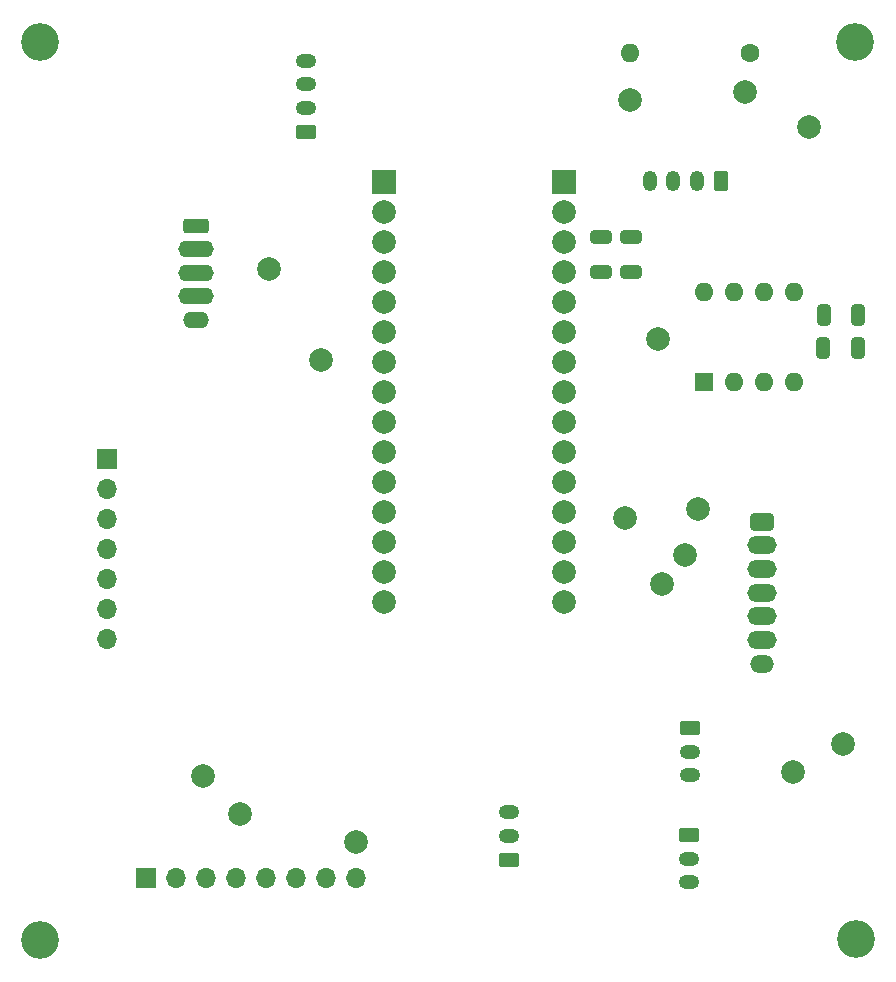
<source format=gbr>
%TF.GenerationSoftware,KiCad,Pcbnew,(6.0.0)*%
%TF.CreationDate,2022-05-13T11:59:29+02:00*%
%TF.ProjectId,Carte Odom_trie V2,43617274-6520-44f6-946f-6de974726965,rev?*%
%TF.SameCoordinates,Original*%
%TF.FileFunction,Soldermask,Bot*%
%TF.FilePolarity,Negative*%
%FSLAX46Y46*%
G04 Gerber Fmt 4.6, Leading zero omitted, Abs format (unit mm)*
G04 Created by KiCad (PCBNEW (6.0.0)) date 2022-05-13 11:59:29*
%MOMM*%
%LPD*%
G01*
G04 APERTURE LIST*
G04 Aperture macros list*
%AMRoundRect*
0 Rectangle with rounded corners*
0 $1 Rounding radius*
0 $2 $3 $4 $5 $6 $7 $8 $9 X,Y pos of 4 corners*
0 Add a 4 corners polygon primitive as box body*
4,1,4,$2,$3,$4,$5,$6,$7,$8,$9,$2,$3,0*
0 Add four circle primitives for the rounded corners*
1,1,$1+$1,$2,$3*
1,1,$1+$1,$4,$5*
1,1,$1+$1,$6,$7*
1,1,$1+$1,$8,$9*
0 Add four rect primitives between the rounded corners*
20,1,$1+$1,$2,$3,$4,$5,0*
20,1,$1+$1,$4,$5,$6,$7,0*
20,1,$1+$1,$6,$7,$8,$9,0*
20,1,$1+$1,$8,$9,$2,$3,0*%
G04 Aperture macros list end*
%ADD10R,1.700000X1.700000*%
%ADD11O,1.700000X1.700000*%
%ADD12RoundRect,0.250000X0.625000X-0.350000X0.625000X0.350000X-0.625000X0.350000X-0.625000X-0.350000X0*%
%ADD13O,1.750000X1.200000*%
%ADD14RoundRect,0.250000X0.350000X0.625000X-0.350000X0.625000X-0.350000X-0.625000X0.350000X-0.625000X0*%
%ADD15O,1.200000X1.750000*%
%ADD16C,2.000000*%
%ADD17RoundRect,0.312500X-0.687500X0.437500X-0.687500X-0.437500X0.687500X-0.437500X0.687500X0.437500X0*%
%ADD18O,2.500000X1.500000*%
%ADD19O,2.000000X1.500000*%
%ADD20RoundRect,0.250000X-0.850000X0.350000X-0.850000X-0.350000X0.850000X-0.350000X0.850000X0.350000X0*%
%ADD21O,3.000000X1.400000*%
%ADD22O,2.200000X1.400000*%
%ADD23RoundRect,0.250000X-0.625000X0.350000X-0.625000X-0.350000X0.625000X-0.350000X0.625000X0.350000X0*%
%ADD24R,2.000000X2.000000*%
%ADD25C,1.600000*%
%ADD26O,1.600000X1.600000*%
%ADD27R,1.600000X1.600000*%
%ADD28C,3.200000*%
%ADD29RoundRect,0.250000X-0.325000X-0.650000X0.325000X-0.650000X0.325000X0.650000X-0.325000X0.650000X0*%
%ADD30RoundRect,0.250000X-0.650000X0.325000X-0.650000X-0.325000X0.650000X-0.325000X0.650000X0.325000X0*%
G04 APERTURE END LIST*
D10*
%TO.C,Giroscope1*%
X137622720Y-107335000D03*
D11*
X137622720Y-109875000D03*
X137622720Y-112415000D03*
X137622720Y-114955000D03*
X137622720Y-117495000D03*
X137622720Y-120035000D03*
X137622720Y-122575000D03*
%TD*%
D12*
%TO.C,J3*%
X171704000Y-141224000D03*
D13*
X171704000Y-139224000D03*
X171704000Y-137224000D03*
%TD*%
D14*
%TO.C,BUS_CAN1*%
X189600000Y-83800000D03*
D15*
X187600000Y-83800000D03*
X185600000Y-83800000D03*
X183600000Y-83800000D03*
%TD*%
D16*
%TO.C,TP1*%
X158750000Y-139700000D03*
%TD*%
D17*
%TO.C,Capt_Optiq1*%
X193084200Y-112617000D03*
D18*
X193084200Y-114617000D03*
X193084200Y-116617000D03*
X193084200Y-118617000D03*
X193084200Y-120617000D03*
X193084200Y-122617000D03*
D19*
X193084200Y-124617000D03*
%TD*%
D20*
%TO.C,LIDAR1*%
X145217720Y-87535000D03*
D21*
X145217720Y-89535000D03*
X145217720Y-91535000D03*
X145217720Y-93535000D03*
D22*
X145217720Y-95535000D03*
%TD*%
D23*
%TO.C,J2*%
X186925000Y-139150000D03*
D13*
X186925000Y-141150000D03*
X186925000Y-143150000D03*
%TD*%
D23*
%TO.C,J1*%
X186986000Y-130080000D03*
D13*
X186986000Y-132080000D03*
X186986000Y-134080000D03*
%TD*%
D24*
%TO.C,A1*%
X161092720Y-83820000D03*
D16*
X161092720Y-86360000D03*
X161092720Y-88900000D03*
X161092720Y-91440000D03*
X161092720Y-93980000D03*
X161092720Y-96520000D03*
X161092720Y-99060000D03*
X161092720Y-101600000D03*
X161092720Y-104140000D03*
X161092720Y-106680000D03*
X161092720Y-109220000D03*
X161092720Y-111760000D03*
X161092720Y-114300000D03*
X161092720Y-116840000D03*
X161092720Y-119380000D03*
D24*
X176332720Y-83820000D03*
D16*
X176332720Y-86360000D03*
X176332720Y-88900000D03*
X176332720Y-91440000D03*
X176332720Y-93980000D03*
X176332720Y-96520000D03*
X176332720Y-99060000D03*
X176332720Y-101600000D03*
X176332720Y-104140000D03*
X176332720Y-106680000D03*
X176332720Y-109220000D03*
X176332720Y-111760000D03*
X176332720Y-114300000D03*
X176332720Y-116840000D03*
X176332720Y-119380000D03*
%TD*%
D12*
%TO.C,TOF1*%
X154525000Y-79575000D03*
D13*
X154525000Y-77575000D03*
X154525000Y-75575000D03*
X154525000Y-73575000D03*
%TD*%
D25*
%TO.C,R3*%
X192080000Y-72900000D03*
D26*
X181920000Y-72900000D03*
%TD*%
D10*
%TO.C,Acc\u00E9lerom\u00E8tre1*%
X140960000Y-142800000D03*
D11*
X143500000Y-142800000D03*
X146040000Y-142800000D03*
X148580000Y-142800000D03*
X151120000Y-142800000D03*
X153660000Y-142800000D03*
X156200000Y-142800000D03*
X158740000Y-142800000D03*
%TD*%
D27*
%TO.C,U1*%
X188200000Y-100800000D03*
D26*
X190740000Y-100800000D03*
X193280000Y-100800000D03*
X195820000Y-100800000D03*
X195820000Y-93180000D03*
X193280000Y-93180000D03*
X190740000Y-93180000D03*
X188200000Y-93180000D03*
%TD*%
D28*
%TO.C,REF*%
X132000000Y-72000000D03*
%TD*%
%TO.C,REF*%
X201075000Y-147950000D03*
%TD*%
%TO.C,REF*%
X132000000Y-148000000D03*
%TD*%
%TO.C,REF*%
X201000000Y-72000000D03*
%TD*%
D16*
%TO.C,SPI_MISO1*%
X181500000Y-112300000D03*
%TD*%
%TO.C,I2C_SDA1*%
X148875000Y-137375000D03*
%TD*%
%TO.C,+5V1*%
X184300000Y-97100000D03*
%TD*%
%TO.C,Can_RX1*%
X195700000Y-133800000D03*
%TD*%
D29*
%TO.C,C1*%
X198325000Y-95125000D03*
X201275000Y-95125000D03*
%TD*%
%TO.C,C2*%
X198300000Y-97925000D03*
X201250000Y-97925000D03*
%TD*%
D16*
%TO.C,I2C_SCL1*%
X145775000Y-134175000D03*
%TD*%
%TO.C,Can_H1*%
X191700000Y-76200000D03*
%TD*%
%TO.C,LID_RX1*%
X155750000Y-98900000D03*
%TD*%
%TO.C,SPI_CS1*%
X187700000Y-111500000D03*
%TD*%
%TO.C,Can_TX1*%
X200000000Y-131400000D03*
%TD*%
%TO.C,Can_L1*%
X181900000Y-76900000D03*
%TD*%
D30*
%TO.C,C3*%
X182000000Y-88525000D03*
X182000000Y-91475000D03*
%TD*%
D16*
%TO.C,LID_TX1*%
X151350000Y-91225000D03*
%TD*%
D30*
%TO.C,C4*%
X179500000Y-88525000D03*
X179500000Y-91475000D03*
%TD*%
D16*
%TO.C,GND1*%
X197100000Y-79200000D03*
%TD*%
%TO.C,SPI_CLK1*%
X186600000Y-115400000D03*
%TD*%
%TO.C,SPI_MOSI1*%
X184600000Y-117900000D03*
%TD*%
M02*

</source>
